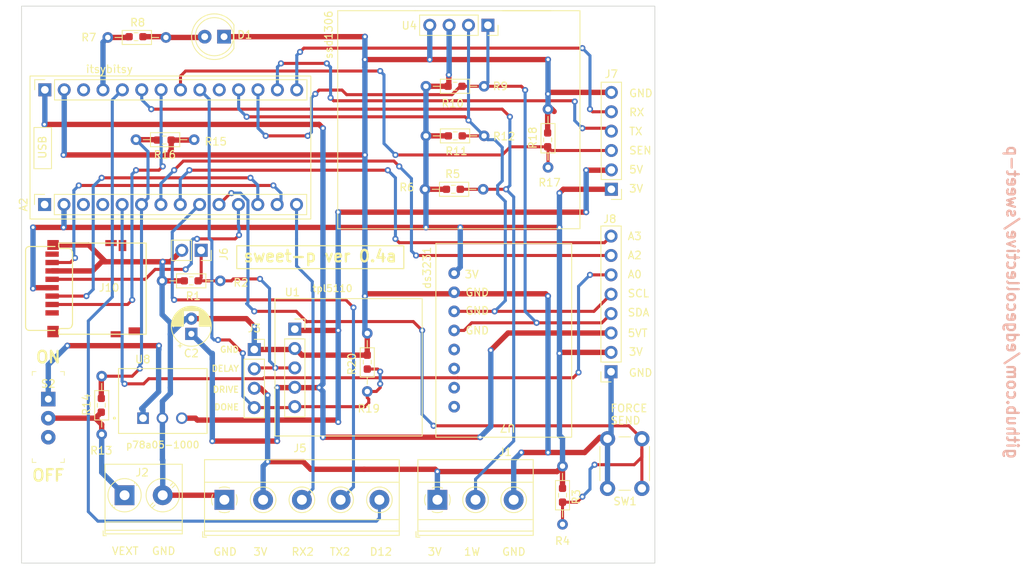
<source format=kicad_pcb>
(kicad_pcb (version 20240108) (generator "pcbnew") (generator_version "8.0")
  (layers (0 "F.Cu" signal) (31 "B.Cu" signal) (34 "B.Paste" user) (35 "F.Paste" user) (36 "B.SilkS" user "B.Silkscreen") (37 "F.SilkS" user "F.Silkscreen") (38 "B.Mask" user) (39 "F.Mask" user) (44 "Edge.Cuts" user))
  (net 0 "")
  (net 1 "A2")
  (net 2 "A5")
  (net 3 "TX")
  (net 4 "RX")
  (net 5 "SAT_EN")
  (net 6 "GND")
  (net 7 "+3V3")
  (net 8 "SDA")
  (net 9 "SCL")
  (net 10 "SD_CS")
  (net 11 "MOSI")
  (net 12 "SCK")
  (net 13 "MISO")
  (net 14 "DONE")
  (net 15 "LED")
  (net 16 "VEXT")
  (net 18 "Net-(D1-A)")
  (net 19 "Net-(J3-Pin_2)")
  (net 25 "TX_A4")
  (net 26 "D12")
  (net 27 "5V_TIMER")
  (net 29 "RX_D2")
  (net 30 "ONEWIRE_11")
  (net 31 "BATT_A1")
  (net 32 "A3")
  (net 34 "VHI")
  (net 37 "A0")
  (net 39 "5V_DC")
  (net 40 "Net-(U8-+VIN)")
  (footprint "digikey-footprints:Switch_Slide_11.6x4mm_EG1218" (layer "F.Cu") (at 29 73 -90)
    (property "Reference" "S2")
    (property "Value" "EG1218")
  )
  (footprint "footprints:adafruit_tpl511x" (layer "F.Cu") (at 61.31 63.8325)
    (property "Reference" "U1")
    (property "Value" "adafruit_tpl511x")
  )
  (footprint "Resistor_THT:R_Axial_DIN0204_L3.6mm_D1.6mm_P7.62mm_Horizontal" (layer "F.Cu") (at 70.81 72.0025 90)
    (property "Reference" "R19")
    (property "Value" "330")
  )
  (footprint "LED_THT:LED_D5.0mm" (layer "F.Cu") (at 52.04 25.5 180)
    (property "Reference" "D1")
    (property "Value" "LED")
  )
  (footprint "Resistor_THT:R_Axial_DIN0204_L3.6mm_D1.6mm_P7.62mm_Horizontal" (layer "F.Cu") (at 78.38 45.5)
    (property "Reference" "R6")
    (property "Value" "4.7K")
  )
  (footprint "MountingHole:MountingHole_3.2mm_M3" (layer "F.Cu") (at 105 91)
    (property "Reference" "H4" (hide yes))
    (property "Value" "MountingHole")
  )
  (footprint "Button_Switch_THT:SW_PUSH_6mm" (layer "F.Cu") (at 106.8 78.2 -90)
    (property "Reference" "SW1")
    (property "Value" "SW_Push")
  )
  (footprint "TerminalBlock_Phoenix:TerminalBlock_Phoenix_PT-1,5-2-5.0-H_1x02_P5.00mm_Horizontal" (layer "F.Cu") (at 39 85.6)
    (property "Reference" "J2")
    (property "Value" "Screw_Terminal_01x02")
  )
  (footprint "Resistor_SMD:R_0603_1608Metric_Pad0.98x0.95mm_HandSolder" (layer "F.Cu") (at 35.95 73.81 90)
    (property "Reference" "R14")
    (property "Value" "100K")
  )
  (footprint "TerminalBlock_Phoenix:TerminalBlock_Phoenix_MKDS-1,5-3_1x03_P5.00mm_Horizontal" (layer "F.Cu") (at 80 86.2)
    (property "Reference" "J1")
    (property "Value" "Screw_Terminal_01x03")
  )
  (footprint "footprints:CONV_P78A05-1000" (layer "F.Cu") (at 41.42 75.5)
    (property "Reference" "U8")
    (property "Value" "P78A05-1000")
  )
  (footprint "Capacitor_THT:CP_Radial_D5.0mm_P2.00mm" (layer "F.Cu") (at 47.75 64.455113 90)
    (property "Reference" "C2")
    (property "Value" "330uF")
  )
  (footprint "Resistor_SMD:R_0603_1608Metric_Pad0.98x0.95mm_HandSolder" (layer "F.Cu") (at 70.81 68.1525 90)
    (property "Reference" "R20")
    (property "Value" "330")
  )
  (footprint "MountingHole:MountingHole_3.2mm_M3" (layer "F.Cu") (at 29 91)
    (property "Reference" "H2" (hide yes))
    (property "Value" "MountingHole")
  )
  (footprint "footprints:ds3231_adafruit_breakout" (layer "F.Cu") (at 79.8 65.3 -90)
    (property "Reference" "U7")
    (property "Value" "ds3231")
  )
  (footprint "footprints:DM3D-SF_outline" (layer "F.Cu") (at 30.375 58.5 -90)
    (property "Reference" "J10")
    (property "Value" "Micro_SD_Card" (hide yes))
  )
  (footprint "MountingHole:MountingHole_3.2mm_M3" (layer "F.Cu") (at 29 25)
    (property "Reference" "H1" (hide yes))
    (property "Value" "MountingHole")
  )
  (footprint "Resistor_THT:R_Axial_DIN0204_L3.6mm_D1.6mm_P7.62mm_Horizontal" (layer "F.Cu") (at 94.5 42.62 90)
    (property "Reference" "R17")
    (property "Value" "4.7K")
  )
  (footprint "Resistor_SMD:R_0603_1608Metric_Pad0.98x0.95mm_HandSolder" (layer "F.Cu") (at 96.4 85.6 -90)
    (property "Reference" "R3")
    (property "Value" "10K")
  )
  (footprint "Resistor_THT:R_Axial_DIN0204_L3.6mm_D1.6mm_P7.62mm_Horizontal" (layer "F.Cu") (at 36 77.62 90)
    (property "Reference" "R13")
    (property "Value" "100K")
  )
  (footprint "Resistor_SMD:R_0603_1608Metric_Pad0.98x0.95mm_HandSolder" (layer "F.Cu") (at 94.45 39.02 90)
    (property "Reference" "R18")
    (property "Value" "4.7K")
  )
  (footprint "Connector_PinSocket_2.54mm:PinSocket_1x02_P2.54mm_Vertical" (layer "F.Cu") (at 49.04 53.5 -90)
    (property "Reference" "J6")
    (property "Value" "Conn_01x02_Socket")
  )
  (footprint "MountingHole:MountingHole_3.2mm_M3" (layer "F.Cu") (at 105 25)
    (property "Reference" "H3" (hide yes))
    (property "Value" "MountingHole")
  )
  (footprint "Connector_PinSocket_2.54mm:PinSocket_1x04_P2.54mm_Vertical" (layer "F.Cu") (at 56 66.5)
    (property "Reference" "J3")
    (property "Value" "Conn_01x04_Female")
  )
  (footprint "Resistor_THT:R_Axial_DIN0204_L3.6mm_D1.6mm_P7.62mm_Horizontal" (layer "F.Cu") (at 36.8 25.6)
    (property "Reference" "R7")
    (property "Value" "4.7K")
  )
  (footprint "Resistor_SMD:R_0603_1608Metric_Pad0.98x0.95mm_HandSolder" (layer "F.Cu") (at 47.73 57.5 180)
    (property "Reference" "R1")
    (property "Value" "4.7K")
  )
  (footprint "Resistor_THT:R_Axial_DIN0204_L3.6mm_D1.6mm_P7.62mm_Horizontal" (layer "F.Cu") (at 78.5 38.5)
    (property "Reference" "R12")
    (property "Value" "4.7K")
  )
  (footprint "Resistor_SMD:R_0603_1608Metric_Pad0.98x0.95mm_HandSolder" (layer "F.Cu") (at 44.2 39.05)
    (property "Reference" "R16")
    (property "Value" "100K")
  )
  (footprint "footprints:itsybitsy" (layer "F.Cu") (at 28.52 47.5 90)
    (property "Reference" "A2")
    (property "Value" "itsybitsy_nrf52840_express")
  )
  (footprint "Resistor_THT:R_Axial_DIN0204_L3.6mm_D1.6mm_P7.62mm_Horizontal" (layer "F.Cu") (at 51.54 57.5 180)
    (property "Reference" "R2")
    (property "Value" "4.7K")
  )
  (footprint "Resistor_SMD:R_0603_1608Metric_Pad0.98x0.95mm_HandSolder" (layer "F.Cu") (at 82.0875 45.5)
    (property "Reference" "R5")
    (property "Value" "4.7K")
  )
  (footprint "Connector_PinHeader_2.54mm:PinHeader_1x06_P2.54mm_Vertical" (layer "F.Cu") (at 102.8 45.5 180)
    (property "Reference" "J7")
    (property "Value" "Conn_01x06_Pin")
  )
  (footprint "Resistor_THT:R_Axial_DIN0204_L3.6mm_D1.6mm_P7.62mm_Horizontal" (layer "F.Cu") (at 78.5 32)
    (property "Reference" "R9")
    (property "Value" "4.7K")
  )
  (footprint "Resistor_SMD:R_0603_1608Metric_Pad0.98x0.95mm_HandSolder" (layer "F.Cu") (at 82.31 32)
    (property "Reference" "R10")
    (property "Value" "4.7K")
  )
  (footprint "Connector_PinSocket_2.54mm:PinSocket_1x08_P2.54mm_Vertical" (layer "F.Cu") (at 102.762 69.418 180)
    (property "Reference" "J8")
    (property "Value" "Conn_01x08_Socket")
  )
  (footprint "Resistor_SMD:R_0603_1608Metric_Pad0.98x0.95mm_HandSolder" (layer "F.Cu") (at 40.5 25.5)
    (property "Reference" "R8")
    (property "Value" "4.7K")
  )
  (footprint "Resistor_SMD:R_0603_1608Metric_Pad0.98x0.95mm_HandSolder" (layer "F.Cu") (at 82.345 38.5)
    (property "Reference" "R11")
    (property "Value" "4.7K")
  )
  (footprint "footprints:ssd1306_a" (layer "F.Cu") (at 86.62 24 -90)
    (property "Reference" "U4")
    (property "Value" "ssd1306")
  )
  (footprint "Resistor_THT:R_Axial_DIN0204_L3.6mm_D1.6mm_P7.62mm_Horizontal" (layer "F.Cu") (at 96.4 81.79 -90)
    (property "Reference" "R4")
    (property "Value" "10K")
  )
  (footprint "TerminalBlock_Phoenix:TerminalBlock_Phoenix_MKDS-1,5-5-5.08_1x05_P5.08mm_Horizontal" (layer "F.Cu") (at 52.08 86.2)
    (property "Reference" "J5")
    (property "Value" "Screw_Terminal_01x05")
  )
  (footprint "Resistor_THT:R_Axial_DIN0204_L3.6mm_D1.6mm_P7.62mm_Horizontal" (layer "F.Cu") (at 40.5 39)
    (property "Reference" "R15")
    (property "Value" "100K")
  )
  (gr_rect (start 53.7 52.9) (end 75.6 55.9) (stroke (width 0.15)) (fill none) (layer "F.SilkS"))
  (gr_rect (start 25.5 21.5) (end 108.5 94.5) (stroke (width 0.1)) (fill none) (layer "Edge.Cuts"))
  (gr_text "github.com/edgecollective/sweet-p" (at 154.5 81 -90) (layer "B.SilkS") (effects (font (size 1.5 1.5) (thickness 0.3) (bold yes)) (justify left bottom mirror)))
  (gr_text "1W" (at 83.4 93.6 0) (layer "F.SilkS") (effects (font (size 1 1)) (justify left bottom)))
  (gr_text "sweet-p ver 0.4a" (at 54.45 55.15 0) (layer "F.SilkS") (effects (font (size 1.5 1.5) (thickness 0.3) (bold yes)) (justify left bottom)))
  (gr_text "3V" (at 83.5 57.25 0) (layer "F.SilkS") (effects (font (size 1 1)) (justify left bottom)))
  (gr_text "3V" (at 105.05 46 0) (layer "F.SilkS") (effects (font (size 1 1)) (justify left bottom)))
  (gr_text "p78a05-1000" (at 44 79 0) (layer "F.SilkS") (effects (font (size 0.9 0.9))))
  (gr_text "TX" (at 105.05 38.5 0) (layer "F.SilkS") (effects (font (size 1 1)) (justify left bottom)))
  (gr_text "GND" (at 83.6 64.6 0) (layer "F.SilkS") (effects (font (size 1 1)) (justify left bottom)))
  (gr_text "itsybitsy" (at 37 29.75 0) (layer "F.SilkS") (effects (font (size 1 1))))
  (gr_text "RX2" (at 60.8 93.6 0) (layer "F.SilkS") (effects (font (size 1 1)) (justify left bottom)))
  (gr_text "3V" (at 105.012 67.388 0) (layer "F.SilkS") (effects (font (size 1 1)) (justify left bottom)))
  (gr_text "GND" (at 83.6 62 0) (layer "F.SilkS") (effects (font (size 1 1)) (justify left bottom)))
  (gr_text "GND" (at 88.4 93.6 0) (layer "F.SilkS") (effects (font (size 1 1)) (justify left bottom)))
  (gr_text "ON" (at 29 67.5 0) (layer "F.SilkS") (effects (font (size 1.5 1.5) (thickness 0.3))))
  (gr_text "5V" (at 105.05 43.5 0) (layer "F.SilkS") (effects (font (size 1 1)) (justify left bottom)))
  (gr_text "OFF" (at 29 83 0) (layer "F.SilkS") (effects (font (size 1.5 1.5) (thickness 0.3))))
  (gr_text "VEXT" (at 37.25 93.5 0) (layer "F.SilkS") (effects (font (size 1 1)) (justify left bottom)))
  (gr_text "GND" (at 105.05 33.5 0) (layer "F.SilkS") (effects (font (size 1 1)) (justify left bottom)))
  (gr_text "GND" (at 83.6 59.6 0) (layer "F.SilkS") (effects (font (size 1 1)) (justify left bottom)))
  (gr_text "A2" (at 104.862 54.738 0) (layer "F.SilkS") (effects (font (size 1 1)) (justify left bottom)))
  (gr_text "GND" (at 42.5 93.5 0) (layer "F.SilkS") (effects (font (size 1 1)) (justify left bottom)))
  (gr_text "FORCE\nSEND" (at 102.6 76.4 0) (layer "F.SilkS") (effects (font (size 1 1)) (justify left bottom)))
  (gr_text "SCL" (at 104.862 59.738 0) (layer "F.SilkS") (effects (font (size 1 1)) (justify left bottom)))
  (gr_text "5VT" (at 104.862 64.938 0) (layer "F.SilkS") (effects (font (size 1 1)) (justify left bottom)))
  (gr_text "A0" (at 104.862 57.238 0) (layer "F.SilkS") (effects (font (size 1 1)) (justify left bottom)))
  (gr_text "SEN" (at 105.05 41 0) (layer "F.SilkS") (effects (font (size 1 1)) (justify left bottom)))
  (gr_text "GND" (at 105.012 70.138 0) (layer "F.SilkS") (effects (font (size 1 1)) (justify left bottom)))
  (gr_text "DRIVE" (at 52.273809 71.75 0) (layer "F.SilkS") (effects (font (size 0.8 0.8))))
  (gr_text "3V" (at 55.8 93.6 0) (layer "F.SilkS") (effects (font (size 1 1)) (justify left bottom)))
  (gr_text "ssd1306" (at 65.75 25.25 90) (layer "F.SilkS") (effects (font (size 1 1))))
  (gr_text "3V" (at 78.65 93.6 0) (layer "F.SilkS") (effects (font (size 1 1)) (justify left bottom)))
  (gr_text "TX2" (at 65.8 93.6 0) (layer "F.SilkS") (effects (font (size 1 1)) (justify left bottom)))
  (gr_text "D12" (at 71.05 93.6 0) (layer "F.SilkS") (effects (font (size 1 1)) (justify left bottom)))
  (gr_text "DONE" (at 52.369047 74.0575 0) (layer "F.SilkS") (effects (font (size 0.8 0.8))))
  (gr_text "RX" (at 105.05 36 0) (layer "F.SilkS") (effects (font (size 1 1)) (justify left bottom)))
  (gr_text "tpl5110" (at 66.25 58.5 0) (layer "F.SilkS") (effects (font (size 0.9 0.9))))
  (gr_text "GND" (at 52.75 66.5 0) (layer "F.SilkS") (effects (font (size 0.8 0.8))))
  (gr_text "GND" (at 50.55 93.6 0) (layer "F.SilkS") (effects (font (size 1 1)) (justify left bottom)))
  (gr_text "A3" (at 104.862 52.238 0) (layer "F.SilkS") (effects (font (size 1 1)) (justify left bottom)))
  (gr_text "DELAY" (at 52.197619 69 0) (layer "F.SilkS") (effects (font (size 0.8 0.8))))
  (gr_text "SDA" (at 104.862 62.238 0) (layer "F.SilkS") (effects (font (size 1 1)) (justify left bottom)))
  (segment (start 74.3 41.8) (end 46.7 41.8) (width 0.4) (layer "F.Cu") (net 1))
  (segment (start 46.7 41.8) (end 45.5 43) (width 0.4) (layer "F.Cu") (net 1))
  (segment (start 102.762 54.178) (end 77.2 54.178) (width 0.4) (layer "F.Cu") (net 1))
  (segment (start 75 42.5) (end 74.3 41.8) (width 0.4) (layer "F.Cu") (net 1))
  (segment (start 102.762 54.178) (end 102.44 54.5) (width 0.4) (layer "F.Cu") (net 1))
  (via (at 75 42.5) (size 0.8) (drill 0.4) (layers "F.Cu" "B.Cu") (net 1))
  (via (at 77.2 54.178) (size 0.8) (drill 0.4) (layers "F.Cu" "B.Cu") (net 1))
  (via (at 45.5 43) (size 0.8) (drill 0.4) (layers "F.Cu" "B.Cu") (net 1))
  (segment (start 75 42.5) (end 76.6 44.1) (width 0.4) (layer "B.Cu") (net 1))
  (segment (start 76.6 44.1) (end 76.6 53.578) (width 0.4) (layer "B.Cu") (net 1))
  (segment (start 43.76 44.74) (end 43.76 47.5) (width 0.4) (layer "B.Cu") (net 1))
  (segment (start 76.6 53.578) (end 77.2 54.178) (width 0.4) (layer "B.Cu") (net 1))
  (segment (start 45.5 43) (end 43.76 44.74) (width 0.4) (layer "B.Cu") (net 1))
  (segment (start 61.5 61.5) (end 56 61.5) (width 0.4) (layer "F.Cu") (net 2))
  (segment (start 96.4 86.5125) (end 96.4 89.41) (width 0.4) (layer "F.Cu") (net 2))
  (segment (start 100.6 81.6) (end 105.8 81.6) (width 0.4) (layer "F.Cu") (net 2))
  (segment (start 105.8 81.6) (end 106.8 80.6) (width 0.4) (layer "F.Cu") (net 2))
  (segment (start 62.862 62.862) (end 62.886 62.838) (width 0.4) (layer "F.Cu") (net 2))
  (segment (start 106.8 84.7) (end 106.8 79.6) (width 0.4) (layer "F.Cu") (net 2))
  (segment (start 98.2875 86.5125) (end 99 85.8) (width 0.4) (layer "F.Cu") (net 2))
  (segment (start 106.8 79.6) (end 106.8 78.2) (width 0.4) (layer "F.Cu") (net 2))
  (segment (start 53 46) (end 52.88 46) (width 0.4) (layer "F.Cu") (net 2))
  (segment (start 62.886 62.838) (end 76.838 62.838) (width 0.4) (layer "F.Cu") (net 2))
  (segment (start 52.88 46) (end 51.38 47.5) (width 0.4) (layer "F.Cu") (net 2))
  (segment (start 62.862 62.862) (end 61.5 61.5) (width 0.4) (layer "F.Cu") (net 2))
  (segment (start 105.1 76.5) (end 106.8 78.2) (width 0.4) (layer "F.Cu") (net 2))
  (segment (start 96.4 86.5125) (end 98.2875 86.5125) (width 0.4) (layer "F.Cu") (net 2))
  (segment (start 76.838 62.838) (end 78 64) (width 0.4) (layer "F.Cu") (net 2))
  (segment (start 79.5 76.5) (end 105.1 76.5) (width 0.4) (layer "F.Cu") (net 2))
  (segment (start 106.8 80.6) (end 106.8 79.6) (width 0.4) (layer "F.Cu") (net 2))
  (via (at 56 61.5) (size 0.8) (drill 0.4) (layers "F.Cu" "B.Cu") (net 2))
  (via (at 100.6 81.6) (size 0.8) (drill 0.4) (layers "F.Cu" "B.Cu") (net 2))
  (via (at 78 64) (size 0.8) (drill 0.4) (layers "F.Cu" "B.Cu") (net 2))
  (via (at 79.5 76.5) (size 0.8) (drill 0.4) (layers "F.Cu" "B.Cu") (net 2))
  (via (at 53 46) (size 0.8) (drill 0.4) (layers "F.Cu" "B.Cu") (net 2))
  (via (at 99 85.8) (size 0.8) (drill 0.4) (layers "F.Cu" "B.Cu") (net 2))
  (segment (start 78 75) (end 79.5 76.5) (width 0.4) (layer "B.Cu") (net 2))
  (segment (start 55.17 60.33) (end 55.17 46.982233) (width 0.4) (layer "B.Cu") (net 2))
  (segment (start 100 82.2) (end 100.6 81.6) (width 0.4) (layer "B.Cu") (net 2))
  (segment (start 99 85.8) (end 100 84.8) (width 0.4) (layer "B.Cu") (net 2))
  (segment (start 55.17 46.982233) (end 54.187767 46) (width 0.4) (layer "B.Cu") (net 2))
  (segment (start 78 64) (end 78 75) (width 0.4) (layer "B.Cu") (net 2))
  (segment (start 54.187767 46) (end 53 46) (width 0.4) (layer "B.Cu") (net 2))
  (segment (start 55 60.5) (end 55.17 60.33) (width 0.4) (layer "B.Cu") (net 2))
  (segment (start 100 84.8) (end 100 82.2) (width 0.4) (layer "B.Cu") (net 2))
  (segment (start 56 61.5) (end 55 60.5) (width 0.4) (layer "B.Cu") (net 2))
  (segment (start 97.9 33.9) (end 98 34) (width 0.4) (layer "F.Cu") (net 3))
  (segment (start 102.42 37.5) (end 102.8 37.88) (width 0.4) (layer "F.Cu") (net 3))
  (segment (start 66.4 33.9) (end 66 33.5) (width 0.4) (layer "F.Cu") (net 3))
  (segment (start 65.5 29) (end 59.5 29) (width 0.4) (layer "F.Cu") (net 3))
  (segment (start 66.4 33.9) (end 97.9 33.9) (width 0.4) (layer "F.Cu") (net 3))
  (segment (start 99 37.5) (end 102.42 37.5) (width 0.4) (layer "F.Cu") (net 3))
  (via (at 65.5 29) (size 0.8) (drill 0.4) (layers "F.Cu" "B.Cu") (net 3))
  (via (at 66 33.5) (size 0.8) (drill 0.4) (layers "F.Cu" "B.Cu") (net 3))
  (via (at 59.5 29) (size 0.8) (drill 0.4) (layers "F.Cu" "B.Cu") (net 3))
  (via (at 99 37.5) (size 0.8) (drill 0.4) (layers "F.Cu" "B.Cu") (net 3))
  (via (at 98 34) (size 0.8) (drill 0.4) (layers "F.Cu" "B.Cu") (net 3))
  (segment (start 98 36.5) (end 99 37.5) (width 0.4) (layer "B.Cu") (net 3))
  (segment (start 59.03 32.465) (end 59.03 29.47) (width 0.4) (layer "B.Cu") (net 3))
  (segment (start 59.5 31.995) (end 59.03 32.465) (width 0.4) (layer "B.Cu") (net 3))
  (segment (start 66 33.5) (end 66 29.5) (width 0.4) (layer "B.Cu") (net 3))
  (segment (start 66 29.5) (end 65.5 29) (width 0.4) (layer "B.Cu") (net 3))
  (segment (start 98 34) (end 98 36.5) (width 0.4) (layer "B.Cu") (net 3))
  (segment (start 59.03 29.47) (end 59.5 29) (width 0.4) (layer "B.Cu") (net 3))
  (segment (start 100.34 35.34) (end 100 35) (width 0.4) (layer "F.Cu") (net 4))
  (segment (start 99 27) (end 62.5 27) (width 0.4) (layer "F.Cu") (net 4))
  (segment (start 62.5 27) (end 62 27.5) (width 0.4) (layer "F.Cu") (net 4))
  (segment (start 102.8 35.34) (end 100.34 35.34) (width 0.4) (layer "F.Cu") (net 4))
  (via (at 99 27) (size 0.8) (drill 0.4) (layers "F.Cu" "B.Cu") (net 4))
  (via (at 62 27.5) (size 0.8) (drill 0.4) (layers "F.Cu" "B.Cu") (net 4))
  (via (at 100 35) (size 0.8) (drill 0.4) (layers "F.Cu" "B.Cu") (net 4))
  (segment (start 100 28) (end 99 27) (width 0.4) (layer "B.Cu") (net 4))
  (segment (start 61.57 27.93) (end 61.57 32.465) (width 0.4) (layer "B.Cu") (net 4))
  (segment (start 100 35) (end 100 28) (width 0.4) (layer "B.Cu") (net 4))
  (segment (start 62 27.5) (end 61.57 27.93) (width 0.4) (layer "B.Cu") (net 4))
  (segment (start 88.5 41) (end 74.5 41) (width 0.4) (layer "F.Cu") (net 5))
  (segment (start 94.9375 40.42) (end 94.45 39.9325) (width 0.4) (layer "F.Cu") (net 5))
  (segment (start 94.45 39.9325) (end 89.5675 39.9325) (width 0.4) (layer "F.Cu") (net 5))
  (segment (start 102.8 40.42) (end 94.9375 40.42) (width 0.4) (layer "F.Cu") (net 5))
  (segment (start 89.5675 39.9325) (end 88.5 41) (width 0.4) (layer "F.Cu") (net 5))
  (segment (start 46.33 30.67) (end 46.33 32.465) (width 0.4) (layer "F.Cu") (net 5))
  (segment (start 72.5 30) (end 47 30) (width 0.4) (layer "F.Cu") (net 5))
  (segment (start 94.5 42.62) (end 94.5 39.9825) (width 0.4) (layer "F.Cu") (net 5))
  (segment (start 47 30) (end 46.33 30.67) (width 0.4) (layer "F.Cu") (net 5))
  (segment (start 94.5 39.9825) (end 94.45 39.9325) (width 0.4) (layer "F.Cu") (net 5))
  (segment (start 102.5 40.12) (end 102.8 40.42) (width 0.4) (layer "F.Cu") (net 5))
  (via (at 74.5 41) (size 0.8) (drill 0.4) (layers "F.Cu" "B.Cu") (net 5))
  (via (at 72.5 30) (size 0.8) (drill 0.4) (layers "F.Cu" "B.Cu") (net 5))
  (segment (start 73 39.5) (end 73 30.5) (width 0.4) (layer "B.Cu") (net 5))
  (segment (start 74.5 41) (end 73 39.5) (width 0.4) (layer "B.Cu") (net 5))
  (segment (start 73 30.5) (end 72.5 30) (width 0.4) (layer "B.Cu") (net 5))
  (segment (start 34.8 56.2) (end 36 55) (width 0.7) (layer "F.Cu") (net 6))
  (segment (start 45.1125 40.3875) (end 45.1125 39.05) (width 0.7) (layer "F.Cu") (net 6))
  (segment (start 79 28.5) (end 94.5 28.5) (width 0.7) (layer "F.Cu") (net 6))
  (segment (start 102.8 32.8) (end 94.7 32.8) (width 0.7) (layer "F.Cu") (net 6))
  (segment (start 29.625 52.8) (end 34.3 52.8) (width 0.7) (layer "F.Cu") (net 6))
  (segment (start 79 28.5) (end 70.5 28.5) (width 0.7) (layer "F.Cu") (net 6))
  (segment (start 62.24 67.24) (end 70.81 67.24) (width 0.7) (layer "F.Cu") (net 6))
  (segment (start 47.75 62.455113) (end 54.955113 62.455113) (width 0.7) (layer "F.Cu") (net 6))
  (segment (start 83.31 59.2) (end 70.8 59.2) (width 0.7) (layer "F.Cu") (net 6))
  (segment (start 36 55) (end 36.5 55) (width 0.7) (layer "F.Cu") (net 6))
  (segment (start 34.3 52.8) (end 36.5 55) (width 0.7) (layer "F.Cu") (net 6))
  (segment (start 61.1825 66.5) (end 61.31 66.3725) (width 0.7) (layer "F.Cu") (net 6))
  (segment (start 52.04 25.5) (end 70.5 25.5) (width 0.7) (layer "F.Cu") (net 6))
  (segment (start 36.5 55) (end 44 55) (width 0.7) (layer "F.Cu") (net 6))
  (segment (start 70.81 67.24) (end 70.81 64.3825) (width 0.7) (layer "F.Cu") (net 6))
  (segment (start 45 40.5) (end 45.1125 40.3875) (width 0.7) (layer "F.Cu") (net 6))
  (segment (start 94.45 35.05) (end 94.5 35) (width 0.7) (layer "F.Cu") (net 6))
  (segment (start 95 35) (end 95.3 35.3) (width 0.7) (layer "F.Cu") (net 6))
  (segment (start 99.3 80) (end 101.3 78) (width 0.7) (layer "F.Cu") (net 6))
  (segment (start 45.1125 39.05) (end 48.07 39.05) (width 0.7) (layer "F.Cu") (net 6))
  (segment (start 61.3725 66.3725) (end 62.24 67.24) (width 0.7) (layer "F.Cu") (net 6))
  (segment (start 94.7 32.8) (end 94.5 33) (width 0.7) (layer "F.Cu") (net 6))
  (segment (start 45 41) (end 70.5 41) (width 0.7) (layer "F.Cu") (net 6))
  (segment (start 94.45 38.1075) (end 94.45 35.05) (width 0.7) (layer "F.Cu") (net 6))
  (segment (start 45 41) (end 45 40.5) (width 0.7) (layer "F.Cu") (net 6))
  (segment (start 48.07 39.05) (end 48.12 39) (width 0.7) (layer "F.Cu") (net 6))
  (segment (start 94.2 59.2) (end 94.5 59.5) (width 0.7) (layer "F.Cu") (net 6))
  (segment (start 56 66.5) (end 61.1825 66.5) (width 0.7) (layer "F.Cu") (net 6))
  (segment (start 44 85.6) (end 51.48 85.6) (width 0.7) (layer "F.Cu") (net 6))
  (segment (start 94.5 35) (end 95 35) (width 0.7) (layer "F.Cu") (net 6))
  (segment (start 51.48 85.6) (end 52.08 86.2) (width 0.7) (layer "F.Cu") (net 6))
  (segment (start 31 41) (end 45 41) (width 0.7) (layer "F.Cu") (net 6))
  (segment (start 83.31 59.2) (end 94.2 59.2) (width 0.7) (layer "F.Cu") (net 6))
  (segment (start 54.955113 62.455113) (end 56 63.5) (width 0.7) (layer "F.Cu") (net 6))
  (segment (start 45 55) (end 46.5 53.5) (width 0.7) (layer "F.Cu") (net 6))
  (segment (start 44 55) (end 45 55) (width 0.7) (layer "F.Cu") (net 6))
  (segment (start 91 80) (end 94.5 80) (width 0.7) (layer "F.Cu") (net 6))
  (segment (start 94.5 80) (end 99.3 80) (width 0.7) (layer "F.Cu") (net 6))
  (segment (start 70.8 59.2) (end 70.5 59.5) (width 0.7) (layer "F.Cu") (net 6))
  (segment (start 29.5 56.2) (end 34.8 56.2) (width 0.7) (layer "F.Cu") (net 6))
  (segment (start 43.92 57.5) (end 46.8175 57.5) (width 0.7) (layer "F.Cu") (net 6))
  (segment (start 61.31 66.3725) (end 61.3725 66.3725) (width 0.7) (layer "F.Cu") (net 6))
  (via (at 91 80) (size 0.8) (drill 0.4) (layers "F.Cu" "B.Cu") (net 6))
  (via (at 70.5 59.5) (size 0.8) (drill 0.4) (layers "F.Cu" "B.Cu") (net 6))
  (via (at 56 63.5) (size 0.8) (drill 0.4) (layers "F.Cu" "B.Cu") (net 6))
  (via (at 31 41) (size 0.8) (drill 0.4) (layers "F.Cu" "B.Cu") (net 6))
  (via (at 94.5 59.5) (size 0.8) (drill 0.4) (layers "F.Cu" "B.Cu") (net 6))
  (via (at 94.5 80) (size 0.8) (drill 0.4) (layers "F.Cu" "B.Cu") (net 6))
  (via (at 70.5 41) (size 0.8) (drill 0.4) (layers "F.Cu" "B.Cu") (net 6))
  (via (at 44 55) (size 0.8) (drill 0.4) (layers "F.Cu" "B.Cu") (net 6))
  (via (at 70.5 25.5) (size 0.8) (drill 0.4) (layers "F.Cu" "B.Cu") (net 6))
  (via (at 94.5 33) (size 0.8) (drill 0.4) (layers "F.Cu" "B.Cu") (net 6))
  (via (at 70.5 28.5) (size 0.8) (drill 0.4) (layers "F.Cu" "B.Cu") (net 6))
  (via (at 94.5 28.5) (size 0.8) (drill 0.4) (layers "F.Cu" "B.Cu") (net 6))
  (via (at 79 28.5) (size 0.8) (drill 0.4) (layers "F.Cu" "B.Cu") (net 6))
  (segment (start 94.5 59.5) (end 94.5 80) (width 0.7) (layer "B.Cu") (net 6))
  (segment (start 70.5 25.5) (end 70.5 29.5) (width 0.7) (layer "B.Cu") (net 6))
  (segment (start 43.92 57.5) (end 43.92 55.08) (width 0.7) (layer "B.Cu") (net 6))
  (segment (start 31.09 40.91) (end 31 41) (width 0.7) (layer "B.Cu") (net 6))
  (segment (start 43.92 61.92) (end 45 63) (width 0.7) (layer "B.Cu") (net 6))
  (segment (start 43.96 80.96) (end 43.96 75.5) (width 0.7) (layer "B.Cu") (net 6))
  (segment (start 45 72.25) (end 45 71.5) (width 0.7) (layer "B.Cu") (net 6))
  (segment (start 90 86.2) (end 90 81) (width 0.7) (layer "B.Cu") (net 6))
  (segment (start 90 81) (end 91 80) (width 0.7) (layer "B.Cu") (net 6))
  (segment (start 102.762 77.738) (end 102.3 78.2) (width 0.7) (layer "B.Cu") (net 6))
  (segment (start 44 81) (end 43.96 80.96) (width 0.7) (layer "B.Cu") (net 6))
  (segment (start 70.5 28.5) (end 70.5 29.5) (width 0.7) (layer "B.Cu") (net 6))
  (segment (start 47.75 62.455113) (end 47.044887 62.455113) (width 0.7) (layer "B.Cu") (net 6))
  (segment (start 45 64.5) (end 45 71.5) (width 0.7) (layer "B.Cu") (net 6))
  (segment (start 43.92 55.08) (end 44 55) (width 0.7) (layer "B.Cu") (net 6))
  (segment (start 70.5 59.5) (end 70.5 64.0725) (width 0.7) (layer "B.Cu") (net 6))
  (segment (start 56 63.5) (end 56 66.5) (width 0.7) (layer "B.Cu") (net 6))
  (segment (start 70.5 29.5) (end 70.5 41) (width 0.7) (layer "B.Cu") (net 6))
  (segment (start 70.5 59.5) (end 70.5 41) (width 0.7) (layer "B.Cu") (net 6))
  (segment (start 94.5 28.5) (end 94.5 33) (width 0.7) (layer "B.Cu") (net 6))
  (segment (start 47.044887 62.455113) (end 45 64.5) (width 0.7) (layer "B.Cu") (net 6))
  (segment (start 43.96 75.5) (end 43.96 73.29) (width 0.7) (layer "B.Cu") (net 6))
  (segment (start 70.5 64.0725) (end 70.81 64.3825) (width 0.7) (layer "B.Cu") (net 6))
  (segment (start 31.09 32.465) (end 31.09 40.91) (width 0.7) (layer "B.Cu") (net 6))
  (segment (start 44 85.6) (end 44 81) (width 0.7) (layer "B.Cu") (net 6))
  (segment (start 43.96 73.29) (end 45 72.25) (width 0.7) (layer "B.Cu") (net 6))
  (segment (start 79 24) (end 79 28.5) (width 0.7) (layer "B.Cu") (net 6))
  (segment (start 94.5 33) (end 94.5 35) (width 0.7) (layer "B.Cu") (net 6))
  (segment (start 45 63) (end 45 64.5) (width 0.7) (layer "B.Cu") (net 6))
  (segment (start 102.3 78.2) (end 102.3 84.7) (width 0.7) (layer "B.Cu") (net 6))
  (segment (start 102.762 69.418) (end 102.762 77.738) (width 0.7) (layer "B.Cu") (net 6))
  (segment (start 43.92 57.5) (end 43.92 61.92) (width 0.7) (layer "B.Cu") (net 6))
  (segment (start 96.5 45.5) (end 96 46) (width 0.7) (layer "F.Cu") (net 7))
  (segment (start 83 50.5) (end 96 50.5) (width 0.7) (layer "F.Cu") (net 7))
  (segment (start 80 82.5) (end 95.69 82.5) (width 0.7) (layer "F.Cu") (net 7))
  (segment (start 81.3975 32) (end 78.5 32) (width 0.7) (layer "F.Cu") (net 7))
  (segment (start 56.83 71.58) (end 57.75 72.5) (width 0.7) (layer "F.Cu") (net 7))
  (segment (start 56 71.58) (end 56.83 71.58) (width 0.7) (layer "F.Cu") (net 7))
  (segment (start 70.4 82.2) (end 79.7 82.2) (width 0.7) (layer "F.Cu") (net 7))
  (segment (start 79.7 82.2) (end 80 82.5) (width 0.7) (layer "F.Cu") (net 7))
  (segment (start 63.4 82.2) (end 70.4 82.2) (width 0.7) (layer "F.Cu") (net 7))
  (segment (start 57.75 81.2) (end 62.4 81.2) (width 0.7) (layer "F.Cu") (net 7))
  (segment (start 102.8 45.5) (end 96.5 45.5) (width 0.7) (layer "F.Cu") (net 7))
  (segment (start 78.38 45.5) (end 81.175 45.5) (width 0.7) (layer "F.Cu") (net 7))
  (segment (start 102.762 66.878) (end 96.122 66.878) (width 0.7) (layer "F.Cu") (net 7))
  (segment (start 81.4325 38.5) (end 78.5 38.5) (width 0.7) (layer "F.Cu") (net 7))
  (segment (start 62.4 81.2) (end 63.4 82.2) (width 0.7) (layer "F.Cu") (net 7))
  (segment (start 96.4 81.79) (end 96.4 84.6875) (width 0.7) (layer "F.Cu") (net 7))
  (segment (start 103.3 46) (end 102.8 45.5) (width 0.7) (layer "F.Cu") (net 7))
  (segment (start 96.122 66.878) (end 96 67) (width 0.7) (layer "F.Cu") (net 7))
  (segment (start 27 50.5) (end 31 50.5) (width 0.7) (layer "F.Cu") (net 7))
  (segment (start 81.5 31.8975) (end 81.3975 32) (width 0.7) (layer "F.Cu") (net 7))
  (segment (start 27.1 58.4) (end 27 58.5) (width 0.7) (layer "F.Cu") (net 7))
  (segment (start 29.5 58.4) (end 27.1 58.4) (width 0.7) (layer "F.Cu") (net 7))
  (segment (start 78.5 50.5) (end 83 50.5) (width 0.7) (layer "F.Cu") (net 7))
  (segment (start 95.69 82.5) (end 96.4 81.79) (width 0.7) (layer "F.Cu") (net 7))
  (segment (start 81.5 30.5) (end 81.5 31.8975) (width 0.7) (layer "F.Cu") (net 7))
  (segment (start 31 50.5) (end 78.5 50.5) (width 0.7) (layer "F.Cu") (net 7))
  (via (at 96 50.5) (size 0.8) (drill 0.4) (layers "F.Cu" "B.Cu") (net 7))
  (via (at 96 67) (size 0.8) (drill 0.4) (layers "F.Cu" "B.Cu") (net 7))
  (via (at 83 50.5) (size 0.8) (drill 0.4) (layers "F.Cu" "B.Cu") (net 7))
  (via (at 78.5 50.5) (size 0.8) (drill 0.4) (layers "F.Cu" "B.Cu") (net 7))
  (via (at 57.75 81.2) (size 0.8) (drill 0.4) (layers "F.Cu" "B.Cu") (net 7))
  (via (at 31 50.5) (size 0.8) (drill 0.4) (layers "F.Cu" "B.Cu") (net 7))
  (via (at 27 58.5) (size 0.8) (drill 0.4) (layers "F.Cu" "B.Cu") (net 7))
  (via (at 57.75 72.5) (size 0.8) (drill 0.4) (layers "F.Cu" "B.Cu") (net 7))
  (via (at 27 50.5) (size 0.8) (drill 0.4) (layers "F.Cu" "B.Cu") (net 7))
  (via (at 80 82.5) (size 0.8) (drill 0.4) (layers "F.Cu" "B.Cu") (net 7))
  (via (at 81.5 30.5) (size 0.8) (drill 0.4) (layers "F.Cu" "B.Cu") (net 7))
  (via (at 96 46) (size 0.8) (drill 0.4) (layers "F.Cu" "B.Cu") (net 7))
  (segment (start 96 77.74) (end 96 67) (width 0.7) (layer "B.Cu") (net 7))
  (segment (start 57.75 72.5) (end 57.75 81.2) (width 0.7) (layer "B.Cu") (net 7))
  (segment (start 83 50.5) (end 83 55.7) (width 0.7) (layer "B.Cu") (net 7))
  (segment (start 96 46) (end 96 50.5) (width 0.7) (layer "B.Cu") (net 7))
  (segment (start 78.5 45.38) (end 78.38 45.5) (width 0.7) (layer "B.Cu") (net 7))
  (segment (start 80 82.5) (end 80 86.2) (width 0.7) (layer "B.Cu") (net 7))
  (segment (start 96.4 78.14) (end 96.4 81.79) (width 0.7) (layer "B.Cu") (net 7))
  (segment (start 57.16 81.79) (end 57.16 86.2) (width 0.7) (layer "B.Cu") (net 7))
  (segment (start 81.54 30.46) (end 81.5 30.5) (width 0.7) (layer "B.Cu") (net 7))
  (segment (start 31.06 47.5) (end 31.06 50.44) (width 0.7) (layer "B.Cu") (net 7))
  (segment (start 31.06 50.44) (end 31 50.5) (width 0.7) (layer "B.Cu") (net 7))
  (segment (start 78.5 45.62) (end 78.38 45.5) (width 0.7) (layer "B.Cu") (net 7))
  (segment (start 78.5 38.5) (end 78.5 45.38) (width 0.7) (layer "B.Cu") (net 7))
  (segment (start 78.5 32) (end 78.5 38.5) (width 0.7) (layer "B.Cu") (net 7))
  (segment (start 78.5 50.5) (end 78.5 45.62) (width 0.7) (layer "B.Cu") (net 7))
  (segment (start 83 55.7) (end 82.2 56.5) (width 0.7) (layer "B.Cu") (net 7))
  (segment (start 27 58.5) (end 27 50.5) (width 0.7) (layer "B.Cu") (net 7))
  (segment (start 96 77.74) (end 96.4 78.14) (width 0.7) (layer "B.Cu") (net 7))
  (segment (start 81.54 24) (end 81.54 30.46) (width 0.7) (layer "B.Cu") (net 7))
  (segment (start 57.75 81.2) (end 57.16 81.79) (width 0.7) (layer "B.Cu") (net 7))
  (segment (start 96 67) (end 96 50.5) (width 0.7) (layer "B.Cu") (net 7))
  (segment (start 81.902456 33.1) (end 68.1 33.1) (width 0.4) (layer "F.Cu") (net 8))
  (segment (start 86.12 32) (end 91 32) (width 0.4) (layer "F.Cu") (net 8))
  (segment (start 82.000799 33.001657) (end 81.902456 33.1) (width 0.4) (layer "F.Cu") (net 8))
  (segment (start 101.56 63) (end 93 63) (width 0.4) (layer "F.Cu") (net 8))
  (segment (start 93 63) (end 84.5 63) (width 0.4) (layer "F.Cu") (net 8))
  (segment (start 68.1 33.1) (end 67.5 32.5) (width 0.4) (layer "F.Cu") (net 8))
  (segment (start 67.5 32.5) (end 64.5 32.5) (width 0.4) (layer "F.Cu") (net 8))
  (segment (start 83.2225 32) (end 86.12 32) (width 0.4) (layer "F.Cu") (net 8))
  (segment (start 91 32) (end 91.5 32.5) (width 0.4) (layer "F.Cu") (net 8))
  (segment (start 64.5 32.5) (end 64 33) (width 0.4) (layer "F.Cu") (net 8))
  (segment (start 83.002456 32) (end 82.000799 33.001657) (width 0.4) (layer "F.Cu") (net 8))
  (segment (start 63 38.5) (end 57.5 38.5) (width 0.4) (layer "F.Cu") (net 8))
  (segment (start 102.762 61.798) (end 101.56 63) (width 0.4) (layer "F.Cu") (net 8))
  (segment (start 84.5 63) (end 83.5 64) (width 0.4) (layer "F.Cu") (net 8))
  (segment (start 83.5 64) (end 82.2 64) (width 0.4) (layer "F.Cu") (net 8))
  (segment (start 83.2225 32) (end 83.002456 32) (width 0.4) (layer "F.Cu") (net 8))
  (via (at 64 33) (size 0.8) (drill 0.4) (layers "F.Cu" "B.Cu") (net 8))
  (via (at 91.5 32.5) (size 0.8) (drill 0.4) (layers "F.Cu" "B.Cu") (net 8))
  (via (at 63 38.5) (size 0.8) (drill 0.4) (layers "F.Cu" "B.Cu") (net 8))
  (via (at 93 63) (size 0.8) (drill 0.4) (layers "F.Cu" "B.Cu") (net 8))
  (via (at 57.5 38.5) (size 0.8) (drill 0.4) (layers "F.Cu" "B.Cu") (net 8))
  (segment (start 63.5 38) (end 63 38.5) (width 0.4) (layer "B.Cu") (net 8))
  (segment (start 86.62 24) (end 86.62 31.5) (width 0.4) (layer "B.Cu") (net 8))
  (segment (start 56.49 37.49) (end 56.49 32.465) (width 0.4) (layer "B.Cu") (net 8))
  (segment (start 63.5 33.5) (end 63.5 38) (width 0.4) (layer "B.Cu") (net 8))
  (segment (start 57.5 38.5) (end 56.49 37.49) (width 0.4) (layer "B.Cu") (net 8))
  (segment (start 86.62 31.5) (end 86.12 32) (width 0.4) (layer "B.Cu") (net 8))
  (segment (start 91.5 32.5) (end 91.5 61.5) (width 0.4) (layer "B.Cu") (net 8))
  (segment (start 64 33) (end 63.5 33.5) (width 0.4) (layer "B.Cu") (net 8))
  (segment (start 91.5 61.5) (end 93 63) (width 0.4) (layer "B.Cu") (net 8))
  (segment (start 83.62 36) (end 84.08 36.46) (width 0.4) (layer "F.Cu") (net 9))
  (segment (start 87.5 61.5) (end 100.52 61.5) (width 0.4) (layer "F.Cu") (net 9))
  (segment (start 83.2575 38.5) (end 86.12 38.5) (width 0.4) (layer "F.Cu") (net 9))
  (segment (start 82.2 61.5) (end 87.5 61.5) (width 0.4) (layer "F.Cu") (net 9))
  (segment (start 100.52 61.5) (end 102.762 59.258) (width 0.4) (layer "F.Cu") (net 9))
  (segment (start 55 36) (end 83.62 36) (width 0.4) (layer "F.Cu") (net 9))
  (via (at 84.08 36.46) (size 0.8) (drill 0.4) (layers "F.Cu" "B.Cu") (net 9))
  (via (at 55 36) (size 0.8) (drill 0.4) (layers "F.Cu" "B.Cu") (net 9))
  (via (at 87.5 61.5) (size 0.8) (drill 0.4) (layers "F.Cu" "B.Cu") (net 9))
  (segment (start 88.5 44.4) (end 87.9 45) (width 0.4) (layer "B.Cu") (net 9))
  (segment (start 88.9 60) (end 88.9 60.1) (width 0.4) (layer "B.Cu") (net 9))
  (segment (start 87.9 46.1) (end 88.9 47.1) (width 0.4) (layer "B.Cu") (net 9))
  (segment (start 84.08 24) (end 84.08 36.46) (width 0.4) (layer "B.Cu") (net 9))
  (segment (start 86.62 39) (end 86.12 38.5) (width 0.4) (layer "B.Cu") (net 9))
  (segment (start 88.9 47.1) (end 88.9 60) (width 0.4) (layer "B.Cu") (net 9))
  (segment (start 88.5 40) (end 88.5 40.4) (width 0.4) (layer "B.Cu") (net 9))
  (segment (start 87.9 45) (end 87.9 46.1) (width 0.4) (layer "B.Cu") (net 9))
  (segment (start 87.5 39) (end 88.5 40) (width 0.4) (layer "B.Cu") (net 9))
  (segment (start 53.95 34.95) (end 55 36) (width 0.4) (layer "B.Cu") (net 9))
  (segment (start 88.9 60.1) (end 87.5 61.5) (width 0.4) (layer "B.Cu") (net 9))
  (segment (start 87.5 39) (end 86.62 39) (width 0.4) (layer "B.Cu") (net 9))
  (segment (start 84.08 36.46) (end 86.12 38.5) (width 0.4) (layer "B.Cu") (net 9))
  (segment (start 53.95 32.465) (end 53.95 34.95) (width 0.4) (layer "B.Cu") (net 9))
  (segment (start 88.5 40.4) (end 88.5 44.4) (width 0.4) (layer "B.Cu") (net 9))
  (segment (start 29.5 60.6) (end 39.4 60.6) (width 0.4) (layer "F.Cu") (net 10))
  (segment (start 39.4 60.6) (end 40 60) (width 0.4) (layer "F.Cu") (net 10))
  (segment (start 43.5 43) (end 44 42.5) (width 0.4) (layer "F.Cu") (net 10))
  (segment (start 40.5 43) (end 43.5 43) (width 0.4) (layer "F.Cu") (net 10))
  (via (at 40 60) (size 0.8) (drill 0.4) (layers "F.Cu" "B.Cu") (net 10))
  (via (at 44 42.5) (size 0.8) (drill 0.4) (layers "F.Cu" "B.Cu") (net 10))
  (via (at 40.5 43) (size 0.8) (drill 0.4) (layers "F.Cu" "B.Cu") (net 10))
  (segment (start 44 42.5) (end 43.79 42.29) (width 0.4) (layer "B.Cu") (net 10))
  (segment (start 40 60) (end 39.97 59.97) (width 0.4) (layer "B.Cu") (net 10))
  (segment (start 43.79 42.29) (end 43.79 32.465) (width 0.4) (layer "B.Cu") (net 10))
  (segment (start 39.97 43.53) (end 40.5 43) (width 0.4) (layer "B.Cu") (net 10))
  (segment (start 39.97 59.97) (end 39.97 43.53) (width 0.4) (layer "B.Cu") (net 10))
  (segment (start 34 59.5) (end 29.5 59.5) (width 0.4) (layer "F.Cu") (net 11))
  (segment (start 55.5 44) (end 36 44) (width 0.4) (layer "F.Cu") (net 11))
  (via (at 36 44) (size 0.8) (drill 0.4) (layers "F.Cu" "B.Cu") (net 11))
  (via (at 34 59.5) (size 0.8) (drill 0.4) (layers "F.Cu" "B.Cu") (net 11))
  (via (at 55.5 44) (size 0.8) (drill 0.4) (layers "F.Cu" "B.Cu") (net 11))
  (segment (start 56.46 44.96) (end 55.5 44) (width 0.4) (layer "B.Cu") (net 11))
  (segment (start 34.89 58.61) (end 34 59.5) (width 0.4) (layer "B.Cu") (net 11))
  (segment (start 36 44) (end 34.89 45.11) (width 0.4) (layer "B.Cu") (net 11))
  (segment (start 34.89 45.11) (end 34.89 58.61) (width 0.4) (layer "B.Cu") (net 11))
  (segment (start 56.46 47.5) (end 56.46 44.96) (width 0.4) (layer "B.Cu") (net 11))
  (segment (start 41.7 57.3) (end 43 56) (width 0.4) (layer "F.Cu") (net 12))
  (segment (start 48.5 52) (end 53.5 52) (width 0.4) (layer "F.Cu") (net 12))
  (segment (start 43 56) (end 47 56) (width 0.4) (layer "F.Cu") (net 12))
  (segment (start 53.5 52) (end 54 51.5) (width 0.4) (layer "F.Cu") (net 12))
  (segment (start 29.5 57.3) (end 41.7 57.3) (width 0.4) (layer "F.Cu") (net 12))
  (via (at 48.5 52) (size 0.8) (drill 0.4) (layers "F.Cu" "B.Cu") (net 12))
  (via (at 47 56) (size 0.8) (drill 0.4) (layers "F.Cu" "B.Cu") (net 12))
  (via (at 54 51.5) (size 0.8) (drill 0.4) (layers "F.Cu" "B.Cu") (net 12))
  (segment (start 47 56) (end 47.75 55.25) (width 0.4) (layer "B.Cu") (net 12))
  (segment (start 53.92 50.42) (end 53.92 47.5) (width 0.4) (layer "B.Cu") (net 12))
  (segment (start 48 52) (end 48.5 52) (width 0.4) (layer "B.Cu") (net 12))
  (segment (start 47.75 52.25) (end 48 52) (width 0.4) (layer "B.Cu") (net 12))
  (segment (start 47.75 55.25) (end 47.75 52.25) (width 0.4) (layer "B.Cu") (net 12))
  (segment (start 54 50.5) (end 53.92 50.42) (width 0.4) (layer "B.Cu") (net 12))
  (segment (start 54 51.5) (end 54 50.5) (width 0.4) (layer "B.Cu") (net 12))
  (segment (start 31.9 55.1) (end 32.5 54.5) (width 0.4) (layer "F.Cu") (net 13))
  (segment (start 33 45) (end 58.5 45) (width 0.4) (layer "F.Cu") (net 13))
  (segment (start 29.5 55.1) (end 31.9 55.1) (width 0.4) (layer "F.Cu") (net 13))
  (via (at 58.5 45) (size 0.8) (drill 0.4) (layers "F.Cu" "B.Cu") (net 13))
  (via (at 33 45) (size 0.8) (drill 0.4) (layers "F.Cu" "B.Cu") (net 13))
  (via (at 32.5 54.5) (size 0.8) (drill 0.4) (layers "F.Cu" "B.Cu") (net 13))
  (segment (start 32.5 54.5) (end 32.35 54.35) (width 0.4) (layer "B.Cu") (net 13))
  (segment (start 59.5 47) (end 59 47.5) (width 0.4) (layer "B.Cu") (net 13))
  (segment (start 59.5 46) (end 59.5 47) (width 0.4) (layer "B.Cu") (net 13))
  (segment (start 32.35 54.35) (end 32.35 45.65) (width 0.4) (layer "B.Cu") (net 13))
  (segment (start 58.5 45) (end 59.5 46) (width 0.4) (layer "B.Cu") (net 13))
  (segment (start 32.35 45.65) (end 33 45) (width 0.4) (layer "B.Cu") (net 13))
  (segment (start 56 74.12) (end 61.1825 74.12) (width 0.4) (layer "F.Cu") (net 14))
  (segment (start 70.81 72.81) (end 70.81 72.0025) (width 0.4) (layer "F.Cu") (net 14))
  (segment (start 61.31 73.9925) (end 70.5075 73.9925) (width 0.4) (layer "F.Cu") (net 14))
  (segment (start 71 73) (end 70.81 72.81) (width 0.4) (layer "F.Cu") (net 14))
  (segment (start 71.9975 72.0025) (end 70.81 72.0025) (width 0.4) (layer "F.Cu") (net 14))
  (segment (start 70.5075 73.9925) (end 71 73.5) (width 0.4) (layer "F.Cu") (net 14))
  (segment (start 51.25 65.25) (end 52.75 65.25) (width 0.4) (layer "F.Cu") (net 14))
  (segment (start 61.1825 74.12) (end 61.31 73.9925) (width 0.4) (layer "F.Cu") (net 14))
  (segment (start 72.5 71.0025) (end 72.5 71.5) (width 0.4) (layer "F.Cu") (net 14))
  (segment (start 70.81 69.065) (end 72.1625 69.065) (width 0.4) (layer "F.Cu") (net 14))
  (segment (start 52.75 65.25) (end 54.5 67) (width 0.4) (layer "F.Cu") (net 14))
  (segment (start 71 73.5) (end 71 73) (width 0.4) (layer "F.Cu") (net 14))
  (segment (start 72.1625 69.065) (end 72.5 69.4025) (width 0.4) (layer "F.Cu") (net 14))
  (segment (start 72.5 71.5) (end 71.9975 72.0025) (width 0.4) (layer "F.Cu") (net 14))
  (via (at 54.5 67) (size 0.8) (drill 0.4) (layers "F.Cu" "B.Cu") (net 14))
  (via (at 72.5 71.0025) (size 0.8) (drill 0.4) (layers "F.Cu" "B.Cu") (net 14))
  (via (at 72.5 69.4025) (size 0.8) (drill 0.4) (layers "F.Cu" "B.Cu") (net 14))
  (via (at 51.25 65.25) (size 0.8) (drill 0.4) (layers "F.Cu" "B.Cu") (net 14))
  (segment (start 50.44 64.94) (end 50.75 65.25) (width 0.4) (layer "B.Cu") (net 14))
  (segment (start 50.09 33.685) (end 48.87 32.465) (width 0.4) (layer "B.Cu") (net 14))
  (segment (start 50.44 52.26) (end 50.09 51.91) (width 0.4) (layer "B.Cu") (net 14))
  (segment (start 54.5 67) (end 54.5 72.62) (width 0.4) (layer "B.Cu") (net 14))
  (segment (start 72.5 69.4025) (end 72.5 71.0025) (width 0.4) (layer "B.Cu") (net 14))
  (segment (start 54.5 72.62) (end 56 74.12) (width 0.4) (layer "B.Cu") (net 14))
  (segment (start 50.75 65.25) (end 51.25 65.25) (width 0.4) (layer "B.Cu") (net 14))
  (segment (start 50.09 51.91) (end 50.09 33.685) (width 0.4) (layer "B.Cu") (net 14))
  (segment (start 50.44 64.94) (end 50.44 52.26) (width 0.4) (layer "B.Cu") (net 14))
  (segment (start 36.8 25.6) (end 39.4875 25.6) (width 0.7) (layer "F.Cu") (net 15))
  (segment (start 39.4875 25.6) (end 39.5875 25.5) (width 0.7) (layer "F.Cu") (net 15))
  (segment (start 36.17 26.23) (end 36.8 25.6) (width 0.7) (layer "B.Cu") (net 15))
  (segment (start 36.17 32.465) (end 36.17 26.23) (width 0.7) (layer "B.Cu") (net 15))
  (segment (start 35.1725 75.5) (end 36 76.3275) (width 0.7) (layer "F.Cu") (net 16))
  (segment (start 36 76.3275) (end 36 77.62) (width 0.7) (layer "F.Cu") (net 16))
  (segment (start 29 75.5) (end 35.1725 75.5) (width 0.7) (layer "F.Cu") (net 16))
  (segment (start 35.1725 75.5) (end 35.95 74.7225) (width 0.7) (layer "F.Cu") (net 16))
  (segment (start 36 82.6) (end 39 85.6) (width 0.7) (layer "B.Cu") (net 16))
  (segment (start 36 77.62) (end 36 82.6) (width 0.7) (layer "B.Cu") (net 16))
  (segment (start 44.32 25.5) (end 44.42 25.6) (width 0.7) (layer "F.Cu") (net 18))
  (segment (start 44.42 25.6) (end 49.4 25.6) (width 0.7) (layer "F.Cu") (net 18))
  (segment (start 49.4 25.6) (end 49.5 25.5) (width 0.7) (layer "F.Cu") (net 18))
  (segment (start 41.4125 25.5) (end 44.32 25.5) (width 0.7) (layer "F.Cu") (net 18))
  (segment (start 51.54 57.5) (end 48.6425 57.5) (width 0.4) (layer "F.Cu") (net 19))
  (segment (start 61.31 68.9125) (end 58.75 68.9125) (width 0.4) (layer "F.Cu") (net 19))
  (segment (start 58.75 68.9125) (end 56.1275 68.9125) (width 0.4) (layer "F.Cu") (net 19))
  (segment (start 53.25 57.25) (end 53 57.5) (width 0.4) (layer "F.Cu") (net 19))
  (segment (start 49.04 53.5) (end 49.04 57.1025) (width 0.4) (layer "F.Cu") (net 19))
  (segment (start 49.04 57.1025) (end 48.6425 57.5) (width 0.4) (layer "F.Cu") (net 19))
  (segment (start 53 57.5) (end 51.54 57.5) (width 0.4) (layer "F.Cu") (net 19))
  (segment (start 56.75 57.25) (end 53.25 57.25) (width 0.4) (layer "F.Cu") (net 19))
  (segment (start 56.1275 68.9125) (end 56 69.04) (width 0.4) (layer "F.Cu") (net 19))
  (via (at 56.75 57.25) (size 0.8) (drill 0.4) (layers "F.Cu" "B.Cu") (net 19))
  (via (at 58.75 68.9125) (size 0.8) (drill 0.4) (layers "F.Cu" "B.Cu") (net 19))
  (segment (start 58 68) (end 58 58.5) (width 0.4) (layer "B.Cu") (net 19))
  (segment (start 58.75 68.9125) (end 58.75 68.75) (width 0.4) (layer "B.Cu") (net 19))
  (segment (start 58.75 68.75) (end 58 68) (width 0.4) (layer "B.Cu") (net 19))
  (segment (start 58 58.5) (end 56.75 57.25) (width 0.4) (layer "B.Cu") (net 19))
  (segment (start 45.5 60) (end 68 60) (width 0.4) (layer "F.Cu") (net 25))
  (segment (start 68 60) (end 69 61) (width 0.4) (layer "F.Cu") (net 25))
  (via (at 69 61) (size 0.8) (drill 0.4) (layers "F.Cu" "B.Cu") (net 25))
  (via (at 45.5 60) (size 0.8) (drill 0.4) (layers "F.Cu" "B.Cu") (net 25))
  (segment (start 48.84 47.5) (end 45.25 51.09) (width 0.4) (layer "B.Cu") (net 25))
  (segment (start 69 61) (end 69 84.52) (width 0.4) (layer "B.Cu") (net 25))
  (segment (start 45.25 59.75) (end 45.5 60) (width 0.4) (layer "B.Cu") (net 25))
  (segment (start 69 84.52) (end 67.32 86.2) (width 0.4) (layer "B.Cu") (net 25))
  (segment (start 45.25 51.09) (end 45.25 59.75) (width 0.4) (layer "B.Cu") (net 25))
  (segment (start 72 89) (end 72.4 88.6) (width 0.4) (layer "B.Cu") (net 26))
  (segment (start 72.4 88.6) (end 72.4 86.2) (width 0.4) (layer "B.Cu") (net 26))
  (segment (start 37.39 59.61) (end 34.25 62.75) (width 0.4) (layer "B.Cu") (net 26))
  (segment (start 34.25 62.75) (end 34.25 87.75) (width 0.4) (layer "B.Cu") (net 26))
  (segment (start 34.25 87.75) (end 35.5 89) (width 0.4) (layer "B.Cu") (net 26))
  (segment (start 35.5 89) (end 72 89) (width 0.4) (layer "B.Cu") (net 26))
  (segment (start 38.71 32.465) (end 37.39 33.785) (width 0.4) (layer "B.Cu") (net 26))
  (segment (start 37.39 33.785) (end 37.39 59.61) (width 0.4) (layer "B.Cu") (net 26))
  (segment (start 102.562 64.138) (end 102.762 64.338) (width 0.4) (layer "F.Cu") (net 27))
  (segment (start 64.5 71.5) (end 61.3575 71.5) (width 0.7) (layer "F.Cu") (net 27))
  (segment (start 50.5 78.5) (end 59 78.5) (width 0.7) (layer "F.Cu") (net 27))
  (segment (start 61.2625 71.5) (end 61.31 71.4525) (width 0.7) (layer "F.Cu") (net 27))
  (segment (start 64.5 37) (end 65 37.5) (width 0.7) (layer "F.Cu") (net 27))
  (segment (start 59 71.5) (end 61.2625 71.5) (width 0.7) (layer "F.Cu") (net 27))
  (segment (start 61.3575 71.5) (end 61.31 71.4525) (width 0.7) (layer "F.Cu") (net 27))
  (segment (start 89.262 64.338) (end 87 66.6) (width 0.7) (layer "F.Cu") (net 27))
  (segment (start 28.5 37) (end 64.5 37) (width 0.7) (layer "F.Cu") (net 27))
  (segment (start 102.762 64.338) (end 89.262 64.338) (width 0.7) (layer "F.Cu") (net 27))
  (segment (start 85.6 78) (end 65 78) (width 0.7) (layer "F.Cu") (net 27))
  (via (at 65 78) (size 0.8) (drill 0.4) (layers "F.Cu" "B.Cu") (net 27))
  (via (at 50.5 78.5) (size 0.8) (drill 0.4) (layers "F.Cu" "B.Cu") (net 27))
  (via (at 65 37.5) (size 0.8) (drill 0.4) (layers "F.Cu" "B.Cu") (net 27))
  (via (at 64.5 71.5) (size 0.8) (drill 0.4) (layers "F.Cu" "B.Cu") (net 27))
  (via (at 85.6 78) (size 0.8) (drill 0.4) (layers "F.Cu" "B.Cu") (net 27))
  (via (at 28.5 37) (size 0.8) (drill 0.4) (layers "F.Cu" "B.Cu") (net 27))
  (via (at 87 66.6) (size 0.8) (drill 0.4) (layers "F.Cu" "B.Cu") (net 27))
  (via (at 59 78.5) (size 0.8) (drill 0.4) (layers "F.Cu" "B.Cu") (net 27))
  (via (at 59 71.5) (size 0.8) (drill 0.4) (layers "F.Cu" "B.Cu") (net 27))
  (segment (start 59 78.5) (end 59 71.5) (width 0.7) (layer "B.Cu") (net 27))
  (segment (start 50.5 67.75) (end 50.5 67.205113) (width 0.7) (layer "B.Cu") (net 27))
  (segment (start 87 66.6) (end 87 76.6) (width 0.7) (layer "B.Cu") (net 27))
  (segment (start 65 78) (end 65 72) (width 0.7) (layer "B.Cu") (net 27))
  (segment (start 28.55 36.95) (end 28.5 37) (width 0.7) (layer "B.Cu") (net 27))
  (segment (start 50.5 67) (end 50.5 67.75) (width 0.7) (layer "B.Cu") (net 27))
  (segment (start 50.5 67.205113) (end 47.75 64.455113) (width 0.7) (layer "B.Cu") (net 27))
  (segment (start 65 71) (end 64.5 71.5) (width 0.7) (layer "B.Cu") (net 27))
  (segment (start 65 37.5) (end 65 71) (width 0.7) (layer "B.Cu") (net 27))
  (segment (start 28.55 32.465) (end 28.55 36.95) (width 0.7) (layer "B.Cu") (net 27))
  (segment (start 87 76.6) (end 85.6 78) (width 0.7) (layer "B.Cu") (net 27))
  (segment (start 50.5 67.75) (end 50.5 78.5) (width 0.7) (layer "B.Cu") (net 27))
  (segment (start 65 72) (end 64.5 71.5) (width 0.7) (layer "B.Cu") (net 27))
  (segment (start 63.6 58.8) (end 63.6 57.6) (width 0.4) (layer "B.Cu") (net 29))
  (segment (start 63.6 57.6) (end 62.75 56.75) (width 0.4) (layer "B.Cu") (net 29))
  (segment (start 61.54 52) (end 61.54 54.04) (width 0.4) (layer "B.Cu") (net 29))
  (segment (start 61.54 54.04) (end 61.54 55.54) (width 0.4) (layer "B.Cu") (net 29))
  (segment (start 63.7 58.9) (end 63.6 58.8) (width 0.4) (layer "B.Cu") (net 29))
  (segment (start 61.54 55.54) (end 62.75 56.75) (width 0.4) (layer "B.Cu") (net 29))
  (segment (start 62.24 86.2) (end 63.7 84.74) (width 0.4) (layer "B.Cu") (net 29))
  (segment (start 61.54 47.5) (end 61.54 52) (width 0.4) (layer "B.Cu") (net 29))
  (segment (start 63.7 84.74) (end 63.7 58.9) (width 0.4) (layer "B.Cu") (net 29))
  (segment (start 86 45.5) (end 83 45.5) (width 0.4) (layer "F.Cu") (net 30))
  (segment (start 42.5 35) (end 88.5 35) (width 0.4) (layer "F.Cu") (net 30))
  (segment (start 88.5 35) (end 89.5 36) (width 0.4) (layer "F.Cu") (net 30))
  (segment (start 89 45.5) (end 86 45.5) (width 0.4) (layer "F.Cu") (net 30))
  (via (at 42.5 35) (size 0.8) (drill 0.4) (layers "F.Cu" "B.Cu") (net 30))
  (via (at 89 45.5) (size 0.8) (drill 0.4) (layers "F.Cu" "B.Cu") (net 30))
  (via (at 89.5 36) (size 0.8) (drill 0.4) (layers "F.Cu" "B.Cu") (net 30))
  (segment (start 89.5 36) (end 89.5 45) (width 0.4) (layer "B.Cu") (net 30))
  (segment (start 90 46.5) (end 90 78.5) (width 0.4) (layer "B.Cu") (net 30))
  (segment (start 41.25 33.75) (end 42.5 35) (width 0.4) (layer "B.Cu") (net 30))
  (segment (start 41.25 32.465) (end 41.25 33.75) (width 0.4) (layer "B.Cu") (net 30))
  (segment (start 89 45.5) (end 90 46.5) (width 0.4) (layer "B.Cu") (net 30))
  (segment (start 85 83.5) (end 85 86.2) (width 0.4) (layer "B.Cu") (net 30))
  (segment (start 90 78.5) (end 85 83.5) (width 0.4) (layer "B.Cu") (net 30))
  (segment (start 89.5 45) (end 89 45.5) (width 0.4) (layer "B.Cu") (net 30))
  (segment (start 43.2375 39) (end 43.2875 39.05) (width 0.7) (layer "F.Cu") (net 31))
  (segment (start 35.95 70.05) (end 36 70) (width 0.7) (layer "F.Cu") (net 31))
  (segment (start 36 70) (end 40 70) (width 0.4) (layer "F.Cu") (net 31))
  (segment (start 35.95 72.8975) (end 35.95 70.05) (width 0.7) (layer "F.Cu") (net 31))
  (segment (start 40 70) (end 41 69) (width 0.4) (layer "F.Cu") (net 31))
  (segment (start 40.5 39) (end 43.2375 39) (width 0.7) (layer "F.Cu") (net 31))
  (via (at 41 69) (size 0.8) (drill 0.4) (layers "F.Cu" "B.Cu") (net 31))
  (segment (start 40.5 39) (end 42.07 40.57) (width 0.4) (layer "B.Cu") (net 31))
  (segment (start 42.07 46.65) (end 41.22 47.5) (width 0.4) (layer "B.Cu") (net 31))
  (segment (start 42.07 40.57) (end 42.07 46.65) (width 0.4) (layer "B.Cu") (net 31))
  (segment (start 41.22 68.28) (end 41.22 47.5) (width 0.4) (layer "B.Cu") (net 31))
  (segment (start 41 68.5) (end 41.22 68.28) (width 0.4) (layer "B.Cu") (net 31))
  (segment (start 41 69) (end 41 68.5) (width 0.4) (layer "B.Cu") (net 31))
  (segment (start 73.5 43) (end 47.5 43) (width 0.4) (layer "F.Cu") (net 32))
  (segment (start 101.9 52.5) (end 102.762 51.638) (width 0.4) (layer "F.Cu") (net 32))
  (segment (start 74.5 52) (end 75 52.5) (width 0.4) (layer "F.Cu") (net 32))
  (segment (start 75 52.5) (end 101.9 52.5) (width 0.4) (layer "F.Cu") (net 32))
  (via (at 74.5 52) (size 0.8) (drill 0.4) (layers "F.Cu" "B.Cu") (net 32))
  (via (at 73.5 43) (size 0.8) (drill 0.4) (layers "F.Cu" "B.Cu") (net 32))
  (via (at 47.5 43) (size 0.8) (drill 0.4) (layers "F.Cu" "B.Cu") (net 32))
  (segment (start 74.5 44) (end 73.5 43) (width 0.4) (layer "B.Cu") (net 32))
  (segment (start 47.5 43) (end 46.3 44.2) (width 0.4) (layer "B.Cu") (net 32))
  (segment (start 46.3 44.2) (end 46.3 47.5) (width 0.4) (layer "B.Cu") (net 32))
  (segment (start 74.5 52) (end 74.5 44) (width 0.4) (layer "B.Cu") (net 32))
  (segment (start 42.17 70.33) (end 41.5 71) (width 0.4) (layer "F.Cu") (net 37))
  (segment (start 102.762 56.718) (end 102.48 57) (width 0.4) (layer "F.Cu") (net 37))
  (segment (start 57.2975 70.2025) (end 57.17 70.33) (width 0.4) (layer "F.Cu") (net 37))
  (segment (start 41.5 71) (end 39 71) (width 0.4) (layer "F.Cu") (net 37))
  (segment (start 102.762 56.718) (end 100 56.718) (width 0.4) (layer "F.Cu") (net 37))
  (segment (start 82.669183 70.2025) (end 97.7975 70.2025) (width 0.4) (layer "F.Cu") (net 37))
  (segment (start 97.7975 70.2025) (end 98.5 69.5) (width 0.4) (layer "F.Cu") (net 37))
  (segment (start 57.17 70.33) (end 42.17 70.33) (width 0.4) (layer "F.Cu") (net 37))
  (segment (start 82.669183 70.2025) (end 57.2975 70.2025) (width 0.4) (layer "F.Cu") (net 37))
  (via (at 98.5 69.5) (size 0.8) (drill 0.4) (layers "F.Cu" "B.Cu") (net 37))
  (via (at 100 56.718) (size 0.8) (drill 0.4) (layers "F.Cu" "B.Cu") (net 37))
  (via (at 39 71) (size 0.8) (drill 0.4) (layers "F.Cu" "B.Cu") (net 37))
  (segment (start 39 71) (end 38.68 70.68) (width 0.4) (layer "B.Cu") (net 37))
  (segment (start 38.68 70.68) (end 38.68 47.5) (width 0.4) (layer "B.Cu") (net 37))
  (segment (start 98.5 69.5) (end 98.5 58.218) (width 0.4) (layer "B.Cu") (net 37))
  (segment (start 98.5 58.218) (end 100 56.718) (width 0.4) (layer "B.Cu") (net 37))
  (segment (start 48.54 75.75) (end 48.29 75.5) (width 0.7) (layer "F.Cu") (net 39))
  (segment (start 48.29 75.5) (end 46.5 75.5) (width 0.7) (layer "F.Cu") (net 39))
  (segment (start 61.4775 64) (end 61.31 63.8325) (width 0.7) (layer "F.Cu") (net 39))
  (segment (start 48.54 75.75) (end 66.75 75.75) (width 0.7) (layer "F.Cu") (net 39))
  (segment (start 102.76 43) (end 102.8 42.96) (width 0.7) (layer "F.Cu") (net 39))
  (segment (start 99.5 43) (end 102.76 43) (width 0.7) (layer "F.Cu") (net 39))
  (segment (start 66.75 75.75) (end 67 76) (width 0.7) (layer "F.Cu") (net 39))
  (segment (start 67 48.5) (end 99.46 48.5) (width 0.7) (layer "F.Cu") (net 39))
  (segment (start 67 64) (end 61.4775 64) (width 0.7) (layer "F.Cu") (net 39))
  (segment (start 99.46 48.5) (end 99.5 48.5) (width 0.7) (layer "F.Cu") (net 39))
  (via (at 99.5 43) (size 0.8) (drill 0.4) (layers "F.Cu" "B.Cu") (net 39))
  (via (at 67 64) (size 0.8) (drill 0.4) (layers "F.Cu" "B.Cu") (net 39))
  (via (at 67 48.5) (size 0.8) (drill 0.4) (layers "F.Cu" "B.Cu") (net 39))
  (via (at 99.5 48.5) (size 0.8) (drill 0.4) (layers "F.Cu" "B.Cu") (net 39))
  (via (at 67 76) (size 0.8) (drill 0.4) (layers "F.Cu" "B.Cu") (net 39))
  (segment (start 99.5 48.5) (end 99.5 43) (width 0.7) (layer "B.Cu") (net 39))
  (segment (start 67 64) (end 67 48.5) (width 0.7) (layer "B.Cu") (net 39))
  (segment (start 67 76) (end 67 64) (width 0.7) (layer "B.Cu") (net 39))
  (segment (start 31.5 66) (end 43.5 66) (width 0.7) (layer "F.Cu") (net 40))
  (via (at 43.5 66) (size 0.8) (drill 0.4) (layers "F.Cu" "B.Cu") (net 40))
  (via (at 31.5 66) (size 0.8) (drill 0.4) (layers "F.Cu" "B.Cu") (net 40))
  (segment (start 43.5 66) (end 43.5 66.5) (width 0.7) (layer "B.Cu") (net 40))
  (segment (start 41.25 74.25) (end 41.42 74.42) (width 0.7) (layer "B.Cu") (net 40))
  (segment (start 29 68.5) (end 31.5 66) (width 0.7) (layer "B.Cu") (net 40))
  (segment (start 43.46 72.04) (end 41.25 74.25) (width 0.7) (layer "B.Cu") (net 40))
  (segment (start 29 73) (end 29 68.5) (width 0.7) (layer "B.Cu") (net 40))
  (segment (start 41.42 74.42) (end 41.42 75.5) (width 0.7) (layer "B.Cu") (net 40))
  (segment (start 43.5 66.5) (end 43.46 66.54) (width 0.7) (layer "B.Cu") (net 40))
  (segment (start 43.46 66.54) (end 43.46 72.04) (width 0.7) (layer "B.Cu") (net 40))
)
</source>
